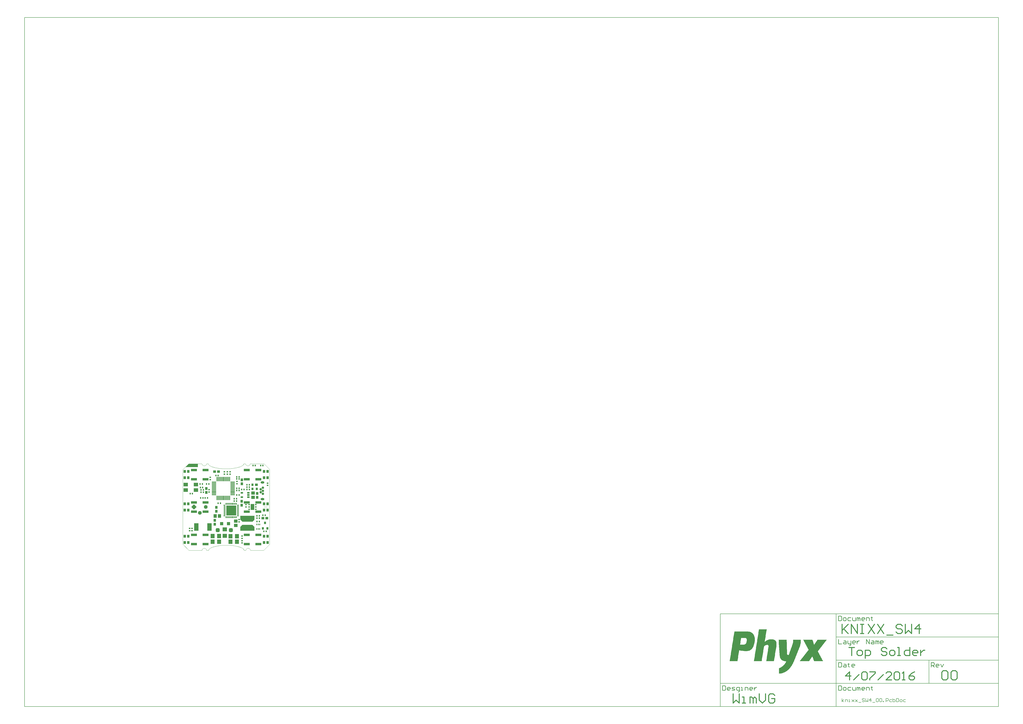
<source format=gts>
G04 Layer_Color=8388736*
%FSLAX25Y25*%
%MOIN*%
G70*
G01*
G75*
%ADD10C,0.00787*%
%ADD43C,0.01575*%
%ADD45C,0.00984*%
%ADD46C,0.00394*%
%ADD58R,0.03543X0.03937*%
%ADD63R,0.04331X0.04724*%
%ADD64R,0.04724X0.04331*%
%ADD65R,0.04331X0.05118*%
%ADD66R,0.07480X0.05906*%
%ADD67R,0.06693X0.07480*%
%ADD68R,0.07480X0.06693*%
%ADD69R,0.06299X0.05512*%
%ADD70R,0.16535X0.16535*%
%ADD71O,0.01378X0.03740*%
%ADD72O,0.01378X0.03937*%
%ADD73O,0.03740X0.01378*%
%ADD74O,0.03937X0.01378*%
%ADD75R,0.02756X0.02362*%
%ADD76R,0.02362X0.02756*%
%ADD77R,0.05118X0.03937*%
%ADD78R,0.09843X0.04331*%
%ADD79R,0.06299X0.09843*%
%ADD80R,0.03150X0.01969*%
%ADD81O,0.01575X0.07480*%
%ADD82O,0.07480X0.01575*%
%ADD83R,0.07480X0.12992*%
%ADD84C,0.01232*%
%ADD85R,0.03740X0.04331*%
%ADD86R,0.03740X0.04331*%
%ADD87R,0.01575X0.02992*%
%ADD88R,0.04331X0.02756*%
%ADD89R,0.05512X0.06299*%
%ADD90R,0.05315X0.05197*%
%ADD91R,0.24016X0.05118*%
%ADD92O,0.06299X0.03740*%
%ADD93C,0.04095*%
%ADD94P,0.08908X4X180.0*%
%ADD95C,0.06299*%
G04:AMPARAMS|DCode=96|XSize=66.93mil|YSize=66.93mil|CornerRadius=17.72mil|HoleSize=0mil|Usage=FLASHONLY|Rotation=180.000|XOffset=0mil|YOffset=0mil|HoleType=Round|Shape=RoundedRectangle|*
%AMROUNDEDRECTD96*
21,1,0.06693,0.03150,0,0,180.0*
21,1,0.03150,0.06693,0,0,180.0*
1,1,0.03543,-0.01575,0.01575*
1,1,0.03543,0.01575,0.01575*
1,1,0.03543,0.01575,-0.01575*
1,1,0.03543,-0.01575,-0.01575*
%
%ADD96ROUNDEDRECTD96*%
G36*
X-48228Y67913D02*
X-69635D01*
X-64009Y73540D01*
X-48228D01*
Y67913D01*
D02*
G37*
G36*
X975410Y-225449D02*
Y-225736D01*
Y-226022D01*
Y-226308D01*
Y-226595D01*
Y-226881D01*
Y-227167D01*
Y-227453D01*
Y-227740D01*
Y-228026D01*
Y-228312D01*
Y-228599D01*
Y-228885D01*
Y-229171D01*
Y-229458D01*
Y-229744D01*
Y-230030D01*
Y-230317D01*
Y-230603D01*
Y-230889D01*
Y-231176D01*
X975124D01*
Y-231462D01*
Y-231748D01*
Y-232034D01*
Y-232321D01*
Y-232607D01*
X974838D01*
Y-232893D01*
Y-233180D01*
Y-233466D01*
Y-233752D01*
X974551D01*
Y-234039D01*
Y-234325D01*
Y-234611D01*
Y-234898D01*
X974265D01*
Y-235184D01*
Y-235470D01*
Y-235757D01*
X973979D01*
Y-236043D01*
Y-236329D01*
Y-236615D01*
X973692D01*
Y-236902D01*
Y-237188D01*
Y-237474D01*
X973406D01*
Y-237761D01*
Y-238047D01*
Y-238333D01*
X973120D01*
Y-238620D01*
Y-238906D01*
X972834D01*
Y-239192D01*
Y-239479D01*
X972547D01*
Y-239765D01*
Y-240051D01*
Y-240338D01*
X972261D01*
Y-240624D01*
Y-240910D01*
X971975D01*
Y-241196D01*
Y-241483D01*
Y-241769D01*
X971688D01*
Y-242056D01*
Y-242342D01*
X971402D01*
Y-242628D01*
Y-242914D01*
Y-243201D01*
X971116D01*
Y-243487D01*
Y-243773D01*
X970829D01*
Y-244060D01*
Y-244346D01*
Y-244632D01*
X970543D01*
Y-244919D01*
Y-245205D01*
X970257D01*
Y-245491D01*
Y-245778D01*
Y-246064D01*
X969970D01*
Y-246350D01*
Y-246637D01*
X969684D01*
Y-246923D01*
Y-247209D01*
Y-247495D01*
X969398D01*
Y-247782D01*
Y-248068D01*
X969111D01*
Y-248354D01*
Y-248641D01*
Y-248927D01*
X968825D01*
Y-249213D01*
Y-249500D01*
X968539D01*
Y-249786D01*
Y-250072D01*
Y-250359D01*
X968252D01*
Y-250645D01*
Y-250931D01*
X967966D01*
Y-251218D01*
Y-251504D01*
Y-251790D01*
X967680D01*
Y-252076D01*
Y-252363D01*
X967393D01*
Y-252649D01*
Y-252935D01*
Y-253222D01*
X967107D01*
Y-253508D01*
Y-253794D01*
X966821D01*
Y-254081D01*
Y-254367D01*
Y-254653D01*
X966535D01*
Y-254940D01*
Y-255226D01*
X966248D01*
Y-255512D01*
Y-255799D01*
Y-256085D01*
X965962D01*
Y-256371D01*
Y-256657D01*
X965676D01*
Y-256944D01*
Y-257230D01*
Y-257516D01*
X965389D01*
Y-257803D01*
Y-258089D01*
X965103D01*
Y-258375D01*
Y-258662D01*
Y-258948D01*
X964817D01*
Y-259234D01*
Y-259521D01*
X964530D01*
Y-259807D01*
Y-260093D01*
Y-260380D01*
X964244D01*
Y-260666D01*
Y-260952D01*
X963958D01*
Y-261238D01*
Y-261525D01*
Y-261811D01*
X963671D01*
Y-262097D01*
Y-262384D01*
X963385D01*
Y-262670D01*
Y-262956D01*
X963099D01*
Y-263243D01*
Y-263529D01*
X962813D01*
Y-263815D01*
Y-264102D01*
Y-264388D01*
X962526D01*
Y-264674D01*
X962240D01*
Y-264961D01*
Y-265247D01*
Y-265533D01*
X961954D01*
Y-265819D01*
X961667D01*
Y-266106D01*
Y-266392D01*
X961381D01*
Y-266678D01*
Y-266965D01*
X961095D01*
Y-267251D01*
Y-267537D01*
X960808D01*
Y-267824D01*
Y-268110D01*
X960522D01*
Y-268396D01*
X960236D01*
Y-268683D01*
Y-268969D01*
X959949D01*
Y-269255D01*
Y-269542D01*
X959663D01*
Y-269828D01*
X959377D01*
Y-270114D01*
X959091D01*
Y-270400D01*
Y-270687D01*
X958804D01*
Y-270973D01*
X958518D01*
Y-271259D01*
Y-271546D01*
X958232D01*
Y-271832D01*
X957945D01*
Y-272118D01*
X957659D01*
Y-272405D01*
Y-272691D01*
X957373D01*
Y-272977D01*
X957086D01*
Y-273264D01*
X956800D01*
Y-273550D01*
X956514D01*
Y-273836D01*
X956227D01*
Y-274123D01*
Y-274409D01*
X955941D01*
Y-274695D01*
X955655D01*
Y-274981D01*
X955368D01*
Y-275268D01*
X955082D01*
Y-275554D01*
X954796D01*
Y-275840D01*
X954510D01*
Y-276127D01*
X954223D01*
Y-276413D01*
X953650D01*
Y-276699D01*
X953364D01*
Y-276986D01*
X953078D01*
Y-277272D01*
X952792D01*
Y-277558D01*
X952505D01*
Y-277845D01*
X951933D01*
Y-278131D01*
X951646D01*
Y-278417D01*
X951074D01*
Y-278703D01*
X950787D01*
Y-278990D01*
X950215D01*
Y-279276D01*
X949928D01*
Y-279562D01*
X949356D01*
Y-279849D01*
X948783D01*
Y-280135D01*
X948211D01*
Y-280421D01*
X947638D01*
Y-280708D01*
X947065D01*
Y-280994D01*
X946206D01*
Y-281280D01*
X945634D01*
Y-281567D01*
X944775D01*
Y-281853D01*
X943630D01*
Y-282139D01*
X942484D01*
Y-282426D01*
X940767D01*
Y-282712D01*
X938762D01*
Y-282998D01*
X938476D01*
Y-282712D01*
Y-282426D01*
Y-282139D01*
Y-281853D01*
Y-281567D01*
Y-281280D01*
Y-280994D01*
Y-280708D01*
Y-280421D01*
Y-280135D01*
Y-279849D01*
Y-279562D01*
Y-279276D01*
Y-278990D01*
Y-278703D01*
Y-278417D01*
Y-278131D01*
Y-277845D01*
Y-277558D01*
Y-277272D01*
Y-276986D01*
Y-276699D01*
Y-276413D01*
Y-276127D01*
Y-275840D01*
Y-275554D01*
Y-275268D01*
Y-274981D01*
Y-274695D01*
Y-274409D01*
Y-274123D01*
Y-273836D01*
Y-273550D01*
X939049D01*
Y-273264D01*
X939621D01*
Y-272977D01*
X940194D01*
Y-272691D01*
X940767D01*
Y-272405D01*
X941339D01*
Y-272118D01*
X941912D01*
Y-271832D01*
X942198D01*
Y-271546D01*
X942771D01*
Y-271259D01*
X943057D01*
Y-270973D01*
X943630D01*
Y-270687D01*
X943916D01*
Y-270400D01*
X944202D01*
Y-270114D01*
X944775D01*
Y-269828D01*
X945061D01*
Y-269542D01*
X945347D01*
Y-269255D01*
X945634D01*
Y-268969D01*
X945920D01*
Y-268683D01*
X946206D01*
Y-268396D01*
X946493D01*
Y-268110D01*
X946779D01*
Y-267824D01*
X947065D01*
Y-267537D01*
X947352D01*
Y-267251D01*
X947638D01*
Y-266965D01*
X947924D01*
Y-266678D01*
Y-266392D01*
X948211D01*
Y-266106D01*
X948497D01*
Y-265819D01*
X948783D01*
Y-265533D01*
Y-265247D01*
X949069D01*
Y-264961D01*
X949356D01*
Y-264674D01*
Y-264388D01*
X949642D01*
Y-264102D01*
Y-263815D01*
X949928D01*
Y-263529D01*
X950215D01*
Y-263243D01*
Y-262956D01*
X950501D01*
Y-262670D01*
Y-262384D01*
X950787D01*
Y-262097D01*
Y-261811D01*
X949069D01*
Y-261525D01*
X947065D01*
Y-261238D01*
X945920D01*
Y-260952D01*
X945347D01*
Y-260666D01*
X944489D01*
Y-260380D01*
X943916D01*
Y-260093D01*
X943630D01*
Y-259807D01*
X943057D01*
Y-259521D01*
X942771D01*
Y-259234D01*
X942484D01*
Y-258948D01*
X942198D01*
Y-258662D01*
X941912D01*
Y-258375D01*
X941625D01*
Y-258089D01*
Y-257803D01*
X941339D01*
Y-257516D01*
X941053D01*
Y-257230D01*
Y-256944D01*
X940767D01*
Y-256657D01*
Y-256371D01*
X940480D01*
Y-256085D01*
Y-255799D01*
X940194D01*
Y-255512D01*
Y-255226D01*
Y-254940D01*
X939907D01*
Y-254653D01*
Y-254367D01*
Y-254081D01*
Y-253794D01*
X939621D01*
Y-253508D01*
Y-253222D01*
Y-252935D01*
Y-252649D01*
Y-252363D01*
Y-252076D01*
Y-251790D01*
X939335D01*
Y-251504D01*
Y-251218D01*
Y-250931D01*
Y-250645D01*
Y-250359D01*
Y-250072D01*
Y-249786D01*
Y-249500D01*
Y-249213D01*
Y-248927D01*
Y-248641D01*
Y-248354D01*
Y-248068D01*
Y-247782D01*
Y-247495D01*
X939049D01*
Y-247209D01*
Y-246923D01*
Y-246637D01*
Y-246350D01*
Y-246064D01*
Y-245778D01*
Y-245491D01*
Y-245205D01*
Y-244919D01*
Y-244632D01*
Y-244346D01*
Y-244060D01*
Y-243773D01*
Y-243487D01*
Y-243201D01*
X938762D01*
Y-242914D01*
Y-242628D01*
Y-242342D01*
Y-242056D01*
Y-241769D01*
Y-241483D01*
Y-241196D01*
Y-240910D01*
Y-240624D01*
Y-240338D01*
Y-240051D01*
Y-239765D01*
Y-239479D01*
Y-239192D01*
Y-238906D01*
Y-238620D01*
X938476D01*
Y-238333D01*
Y-238047D01*
Y-237761D01*
Y-237474D01*
Y-237188D01*
Y-236902D01*
Y-236615D01*
Y-236329D01*
Y-236043D01*
Y-235757D01*
Y-235470D01*
Y-235184D01*
Y-234898D01*
Y-234611D01*
Y-234325D01*
Y-234039D01*
X938190D01*
Y-233752D01*
Y-233466D01*
Y-233180D01*
Y-232893D01*
Y-232607D01*
Y-232321D01*
Y-232034D01*
Y-231748D01*
Y-231462D01*
Y-231176D01*
Y-230889D01*
Y-230603D01*
Y-230317D01*
Y-230030D01*
X937903D01*
Y-229744D01*
Y-229458D01*
Y-229171D01*
Y-228885D01*
Y-228599D01*
Y-228312D01*
Y-228026D01*
Y-227740D01*
Y-227453D01*
Y-227167D01*
Y-226881D01*
Y-226595D01*
Y-226308D01*
Y-226022D01*
Y-225736D01*
Y-225449D01*
X937617D01*
Y-225163D01*
X951360D01*
Y-225449D01*
Y-225736D01*
Y-226022D01*
Y-226308D01*
Y-226595D01*
Y-226881D01*
Y-227167D01*
Y-227453D01*
Y-227740D01*
Y-228026D01*
Y-228312D01*
Y-228599D01*
Y-228885D01*
Y-229171D01*
X951646D01*
Y-229458D01*
Y-229744D01*
Y-230030D01*
Y-230317D01*
Y-230603D01*
Y-230889D01*
Y-231176D01*
Y-231462D01*
Y-231748D01*
Y-232034D01*
Y-232321D01*
Y-232607D01*
Y-232893D01*
Y-233180D01*
Y-233466D01*
Y-233752D01*
Y-234039D01*
Y-234325D01*
Y-234611D01*
Y-234898D01*
Y-235184D01*
Y-235470D01*
Y-235757D01*
Y-236043D01*
Y-236329D01*
Y-236615D01*
Y-236902D01*
Y-237188D01*
Y-237474D01*
Y-237761D01*
Y-238047D01*
Y-238333D01*
Y-238620D01*
Y-238906D01*
Y-239192D01*
Y-239479D01*
Y-239765D01*
Y-240051D01*
Y-240338D01*
Y-240624D01*
Y-240910D01*
X951933D01*
Y-241196D01*
X951646D01*
Y-241483D01*
Y-241769D01*
X951933D01*
Y-242056D01*
Y-242342D01*
Y-242628D01*
Y-242914D01*
Y-243201D01*
Y-243487D01*
Y-243773D01*
Y-244060D01*
Y-244346D01*
Y-244632D01*
Y-244919D01*
Y-245205D01*
Y-245491D01*
Y-245778D01*
Y-246064D01*
Y-246350D01*
Y-246637D01*
Y-246923D01*
Y-247209D01*
Y-247495D01*
Y-247782D01*
Y-248068D01*
Y-248354D01*
Y-248641D01*
Y-248927D01*
Y-249213D01*
X952219D01*
Y-249500D01*
Y-249786D01*
Y-250072D01*
X952505D01*
Y-250359D01*
X952792D01*
Y-250645D01*
X953078D01*
Y-250931D01*
X953937D01*
Y-251218D01*
X954796D01*
Y-250931D01*
X955082D01*
Y-250645D01*
Y-250359D01*
Y-250072D01*
X955368D01*
Y-249786D01*
Y-249500D01*
X955655D01*
Y-249213D01*
Y-248927D01*
Y-248641D01*
X955941D01*
Y-248354D01*
Y-248068D01*
Y-247782D01*
X956227D01*
Y-247495D01*
Y-247209D01*
Y-246923D01*
X956514D01*
Y-246637D01*
Y-246350D01*
Y-246064D01*
X956800D01*
Y-245778D01*
Y-245491D01*
X957086D01*
Y-245205D01*
Y-244919D01*
Y-244632D01*
X957373D01*
Y-244346D01*
Y-244060D01*
Y-243773D01*
X957659D01*
Y-243487D01*
Y-243201D01*
Y-242914D01*
X957945D01*
Y-242628D01*
Y-242342D01*
X958232D01*
Y-242056D01*
Y-241769D01*
Y-241483D01*
X958518D01*
Y-241196D01*
Y-240910D01*
Y-240624D01*
X958804D01*
Y-240338D01*
Y-240051D01*
Y-239765D01*
X959091D01*
Y-239479D01*
Y-239192D01*
X959377D01*
Y-238906D01*
Y-238620D01*
Y-238333D01*
X959663D01*
Y-238047D01*
Y-237761D01*
Y-237474D01*
X959949D01*
Y-237188D01*
Y-236902D01*
Y-236615D01*
X960236D01*
Y-236329D01*
Y-236043D01*
X960522D01*
Y-235757D01*
Y-235470D01*
Y-235184D01*
X960808D01*
Y-234898D01*
Y-234611D01*
Y-234325D01*
X961095D01*
Y-234039D01*
Y-233752D01*
Y-233466D01*
X961381D01*
Y-233180D01*
Y-232893D01*
Y-232607D01*
Y-232321D01*
X961667D01*
Y-232034D01*
Y-231748D01*
Y-231462D01*
Y-231176D01*
X961954D01*
Y-230889D01*
Y-230603D01*
Y-230317D01*
Y-230030D01*
Y-229744D01*
X962240D01*
Y-229458D01*
Y-229171D01*
Y-228885D01*
Y-228599D01*
Y-228312D01*
Y-228026D01*
X962526D01*
Y-227740D01*
Y-227453D01*
Y-227167D01*
Y-226881D01*
Y-226595D01*
Y-226308D01*
Y-226022D01*
Y-225736D01*
Y-225449D01*
Y-225163D01*
X975410D01*
Y-225449D01*
D02*
G37*
G36*
X917575Y-207984D02*
Y-208271D01*
X917289D01*
Y-208557D01*
Y-208843D01*
Y-209130D01*
Y-209416D01*
Y-209702D01*
Y-209988D01*
X917002D01*
Y-210275D01*
Y-210561D01*
Y-210847D01*
Y-211134D01*
Y-211420D01*
Y-211706D01*
X916716D01*
Y-211993D01*
Y-212279D01*
Y-212565D01*
Y-212852D01*
Y-213138D01*
Y-213424D01*
Y-213710D01*
X916430D01*
Y-213997D01*
Y-214283D01*
Y-214569D01*
Y-214856D01*
Y-215142D01*
Y-215428D01*
X916144D01*
Y-215715D01*
Y-216001D01*
Y-216287D01*
Y-216574D01*
Y-216860D01*
Y-217146D01*
X915857D01*
Y-217432D01*
Y-217719D01*
Y-218005D01*
Y-218291D01*
Y-218578D01*
Y-218864D01*
Y-219150D01*
X915571D01*
Y-219437D01*
Y-219723D01*
Y-220009D01*
Y-220296D01*
Y-220582D01*
Y-220868D01*
X915285D01*
Y-221155D01*
Y-221441D01*
Y-221727D01*
Y-222013D01*
Y-222300D01*
Y-222586D01*
X914998D01*
Y-222872D01*
Y-223159D01*
Y-223445D01*
Y-223731D01*
Y-224018D01*
Y-224304D01*
X914712D01*
Y-224590D01*
Y-224877D01*
Y-225163D01*
Y-225449D01*
Y-225736D01*
Y-226022D01*
Y-226308D01*
X914426D01*
Y-226595D01*
Y-226881D01*
Y-227167D01*
Y-227453D01*
Y-227740D01*
Y-228026D01*
X914139D01*
Y-228312D01*
Y-228599D01*
X914712D01*
Y-228312D01*
X914998D01*
Y-228026D01*
X915285D01*
Y-227740D01*
X915857D01*
Y-227453D01*
X916144D01*
Y-227167D01*
X916430D01*
Y-226881D01*
X917002D01*
Y-226595D01*
X917575D01*
Y-226308D01*
X917861D01*
Y-226022D01*
X918434D01*
Y-225736D01*
X919293D01*
Y-225449D01*
X919866D01*
Y-225163D01*
X920725D01*
Y-224877D01*
X922156D01*
Y-224590D01*
X928455D01*
Y-224877D01*
X929600D01*
Y-225163D01*
X930459D01*
Y-225449D01*
X931032D01*
Y-225736D01*
X931318D01*
Y-226022D01*
X931891D01*
Y-226308D01*
X932177D01*
Y-226595D01*
X932463D01*
Y-226881D01*
X932750D01*
Y-227167D01*
X933036D01*
Y-227453D01*
Y-227740D01*
X933322D01*
Y-228026D01*
Y-228312D01*
X933609D01*
Y-228599D01*
Y-228885D01*
Y-229171D01*
X933895D01*
Y-229458D01*
Y-229744D01*
Y-230030D01*
Y-230317D01*
X934181D01*
Y-230603D01*
Y-230889D01*
Y-231176D01*
Y-231462D01*
Y-231748D01*
Y-232034D01*
Y-232321D01*
Y-232607D01*
Y-232893D01*
Y-233180D01*
Y-233466D01*
Y-233752D01*
Y-234039D01*
Y-234325D01*
Y-234611D01*
Y-234898D01*
Y-235184D01*
Y-235470D01*
X933895D01*
Y-235757D01*
Y-236043D01*
Y-236329D01*
Y-236615D01*
Y-236902D01*
Y-237188D01*
Y-237474D01*
X933609D01*
Y-237761D01*
Y-238047D01*
Y-238333D01*
Y-238620D01*
Y-238906D01*
Y-239192D01*
Y-239479D01*
X933322D01*
Y-239765D01*
Y-240051D01*
Y-240338D01*
Y-240624D01*
Y-240910D01*
Y-241196D01*
X933036D01*
Y-241483D01*
Y-241769D01*
Y-242056D01*
Y-242342D01*
Y-242628D01*
Y-242914D01*
X932750D01*
Y-243201D01*
Y-243487D01*
Y-243773D01*
Y-244060D01*
Y-244346D01*
Y-244632D01*
X932463D01*
Y-244919D01*
Y-245205D01*
Y-245491D01*
Y-245778D01*
Y-246064D01*
Y-246350D01*
Y-246637D01*
X932177D01*
Y-246923D01*
Y-247209D01*
Y-247495D01*
Y-247782D01*
Y-248068D01*
Y-248354D01*
X931891D01*
Y-248641D01*
Y-248927D01*
Y-249213D01*
Y-249500D01*
Y-249786D01*
Y-250072D01*
X931604D01*
Y-250359D01*
Y-250645D01*
Y-250931D01*
Y-251218D01*
Y-251504D01*
Y-251790D01*
Y-252076D01*
X931318D01*
Y-252363D01*
Y-252649D01*
Y-252935D01*
Y-253222D01*
Y-253508D01*
Y-253794D01*
X931032D01*
Y-254081D01*
Y-254367D01*
Y-254653D01*
Y-254940D01*
Y-255226D01*
Y-255512D01*
X930746D01*
Y-255799D01*
Y-256085D01*
Y-256371D01*
Y-256657D01*
Y-256944D01*
Y-257230D01*
X930459D01*
Y-257516D01*
Y-257803D01*
Y-258089D01*
Y-258375D01*
Y-258662D01*
Y-258948D01*
Y-259234D01*
X930173D01*
Y-259521D01*
Y-259807D01*
Y-260093D01*
Y-260380D01*
Y-260666D01*
Y-260952D01*
X929887D01*
Y-261238D01*
Y-261525D01*
X916716D01*
Y-261238D01*
Y-260952D01*
X917002D01*
Y-260666D01*
Y-260380D01*
Y-260093D01*
Y-259807D01*
Y-259521D01*
Y-259234D01*
X917289D01*
Y-258948D01*
Y-258662D01*
Y-258375D01*
Y-258089D01*
Y-257803D01*
Y-257516D01*
Y-257230D01*
X917575D01*
Y-256944D01*
Y-256657D01*
Y-256371D01*
Y-256085D01*
Y-255799D01*
Y-255512D01*
X917861D01*
Y-255226D01*
Y-254940D01*
Y-254653D01*
Y-254367D01*
Y-254081D01*
Y-253794D01*
X918148D01*
Y-253508D01*
Y-253222D01*
Y-252935D01*
Y-252649D01*
Y-252363D01*
Y-252076D01*
Y-251790D01*
X918434D01*
Y-251504D01*
Y-251218D01*
Y-250931D01*
Y-250645D01*
Y-250359D01*
Y-250072D01*
X918720D01*
Y-249786D01*
Y-249500D01*
Y-249213D01*
Y-248927D01*
Y-248641D01*
Y-248354D01*
Y-248068D01*
X919007D01*
Y-247782D01*
Y-247495D01*
Y-247209D01*
Y-246923D01*
Y-246637D01*
Y-246350D01*
X919293D01*
Y-246064D01*
Y-245778D01*
Y-245491D01*
Y-245205D01*
Y-244919D01*
Y-244632D01*
X919579D01*
Y-244346D01*
Y-244060D01*
Y-243773D01*
Y-243487D01*
Y-243201D01*
Y-242914D01*
X919866D01*
Y-242628D01*
Y-242342D01*
Y-242056D01*
Y-241769D01*
Y-241483D01*
Y-241196D01*
Y-240910D01*
X920152D01*
Y-240624D01*
Y-240338D01*
Y-240051D01*
Y-239765D01*
Y-239479D01*
Y-239192D01*
X920438D01*
Y-238906D01*
Y-238620D01*
Y-238333D01*
Y-238047D01*
Y-237761D01*
Y-237474D01*
Y-237188D01*
X920725D01*
Y-236902D01*
Y-236615D01*
Y-236329D01*
Y-236043D01*
Y-235757D01*
Y-235470D01*
X920438D01*
Y-235184D01*
Y-234898D01*
X920152D01*
Y-234611D01*
X919866D01*
Y-234325D01*
X919293D01*
Y-234039D01*
X917575D01*
Y-234325D01*
X916144D01*
Y-234611D01*
X915285D01*
Y-234898D01*
X914712D01*
Y-235184D01*
X914426D01*
Y-235470D01*
X913853D01*
Y-235757D01*
X913567D01*
Y-236043D01*
X913280D01*
Y-236329D01*
Y-236615D01*
X912994D01*
Y-236902D01*
Y-237188D01*
Y-237474D01*
X912708D01*
Y-237761D01*
Y-238047D01*
Y-238333D01*
Y-238620D01*
Y-238906D01*
Y-239192D01*
X912422D01*
Y-239479D01*
Y-239765D01*
Y-240051D01*
Y-240338D01*
Y-240624D01*
Y-240910D01*
Y-241196D01*
X912135D01*
Y-241483D01*
Y-241769D01*
Y-242056D01*
Y-242342D01*
Y-242628D01*
Y-242914D01*
X911849D01*
Y-243201D01*
Y-243487D01*
Y-243773D01*
Y-244060D01*
Y-244346D01*
Y-244632D01*
X911563D01*
Y-244919D01*
Y-245205D01*
Y-245491D01*
Y-245778D01*
Y-246064D01*
Y-246350D01*
X911276D01*
Y-246637D01*
Y-246923D01*
Y-247209D01*
Y-247495D01*
Y-247782D01*
Y-248068D01*
Y-248354D01*
X910990D01*
Y-248641D01*
Y-248927D01*
Y-249213D01*
Y-249500D01*
Y-249786D01*
Y-250072D01*
X910704D01*
Y-250359D01*
Y-250645D01*
Y-250931D01*
Y-251218D01*
Y-251504D01*
Y-251790D01*
X910417D01*
Y-252076D01*
Y-252363D01*
Y-252649D01*
Y-252935D01*
Y-253222D01*
Y-253508D01*
Y-253794D01*
X910131D01*
Y-254081D01*
Y-254367D01*
Y-254653D01*
Y-254940D01*
Y-255226D01*
Y-255512D01*
X909845D01*
Y-255799D01*
Y-256085D01*
Y-256371D01*
Y-256657D01*
Y-256944D01*
Y-257230D01*
X909558D01*
Y-257516D01*
Y-257803D01*
Y-258089D01*
Y-258375D01*
Y-258662D01*
Y-258948D01*
X909272D01*
Y-259234D01*
Y-259521D01*
Y-259807D01*
Y-260093D01*
Y-260380D01*
Y-260666D01*
Y-260952D01*
X908986D01*
Y-261238D01*
Y-261525D01*
X895815D01*
Y-261238D01*
Y-260952D01*
X896102D01*
Y-260666D01*
Y-260380D01*
Y-260093D01*
Y-259807D01*
Y-259521D01*
Y-259234D01*
Y-258948D01*
X896388D01*
Y-258662D01*
Y-258375D01*
Y-258089D01*
Y-257803D01*
Y-257516D01*
Y-257230D01*
X896674D01*
Y-256944D01*
Y-256657D01*
Y-256371D01*
Y-256085D01*
Y-255799D01*
Y-255512D01*
X896961D01*
Y-255226D01*
Y-254940D01*
Y-254653D01*
Y-254367D01*
Y-254081D01*
Y-253794D01*
Y-253508D01*
X897247D01*
Y-253222D01*
Y-252935D01*
Y-252649D01*
Y-252363D01*
Y-252076D01*
Y-251790D01*
X897533D01*
Y-251504D01*
Y-251218D01*
Y-250931D01*
Y-250645D01*
Y-250359D01*
Y-250072D01*
X897820D01*
Y-249786D01*
Y-249500D01*
Y-249213D01*
Y-248927D01*
Y-248641D01*
Y-248354D01*
X898106D01*
Y-248068D01*
Y-247782D01*
Y-247495D01*
Y-247209D01*
Y-246923D01*
Y-246637D01*
Y-246350D01*
X898392D01*
Y-246064D01*
Y-245778D01*
Y-245491D01*
Y-245205D01*
Y-244919D01*
Y-244632D01*
X898678D01*
Y-244346D01*
Y-244060D01*
Y-243773D01*
Y-243487D01*
Y-243201D01*
Y-242914D01*
X898965D01*
Y-242628D01*
Y-242342D01*
Y-242056D01*
Y-241769D01*
Y-241483D01*
Y-241196D01*
Y-240910D01*
X899251D01*
Y-240624D01*
Y-240338D01*
Y-240051D01*
Y-239765D01*
Y-239479D01*
Y-239192D01*
X899537D01*
Y-238906D01*
Y-238620D01*
Y-238333D01*
Y-238047D01*
Y-237761D01*
Y-237474D01*
X899824D01*
Y-237188D01*
Y-236902D01*
Y-236615D01*
Y-236329D01*
Y-236043D01*
Y-235757D01*
X900110D01*
Y-235470D01*
Y-235184D01*
Y-234898D01*
Y-234611D01*
Y-234325D01*
Y-234039D01*
Y-233752D01*
X900396D01*
Y-233466D01*
Y-233180D01*
Y-232893D01*
Y-232607D01*
Y-232321D01*
Y-232034D01*
X900683D01*
Y-231748D01*
Y-231462D01*
Y-231176D01*
Y-230889D01*
Y-230603D01*
Y-230317D01*
X900969D01*
Y-230030D01*
Y-229744D01*
Y-229458D01*
Y-229171D01*
Y-228885D01*
Y-228599D01*
X901255D01*
Y-228312D01*
Y-228026D01*
Y-227740D01*
Y-227453D01*
Y-227167D01*
Y-226881D01*
Y-226595D01*
X901542D01*
Y-226308D01*
Y-226022D01*
Y-225736D01*
Y-225449D01*
Y-225163D01*
Y-224877D01*
X901828D01*
Y-224590D01*
Y-224304D01*
Y-224018D01*
Y-223731D01*
Y-223445D01*
Y-223159D01*
X902114D01*
Y-222872D01*
Y-222586D01*
Y-222300D01*
Y-222013D01*
Y-221727D01*
Y-221441D01*
Y-221155D01*
X902400D01*
Y-220868D01*
Y-220582D01*
Y-220296D01*
Y-220009D01*
Y-219723D01*
Y-219437D01*
X902687D01*
Y-219150D01*
Y-218864D01*
Y-218578D01*
Y-218291D01*
Y-218005D01*
Y-217719D01*
X902973D01*
Y-217432D01*
Y-217146D01*
Y-216860D01*
Y-216574D01*
Y-216287D01*
Y-216001D01*
X903259D01*
Y-215715D01*
Y-215428D01*
Y-215142D01*
Y-214856D01*
Y-214569D01*
Y-214283D01*
Y-213997D01*
X903546D01*
Y-213710D01*
Y-213424D01*
Y-213138D01*
Y-212852D01*
Y-212565D01*
Y-212279D01*
X903832D01*
Y-211993D01*
Y-211706D01*
Y-211420D01*
Y-211134D01*
Y-210847D01*
Y-210561D01*
X904118D01*
Y-210275D01*
Y-209988D01*
Y-209702D01*
Y-209416D01*
Y-209130D01*
Y-208843D01*
Y-208557D01*
X904405D01*
Y-208271D01*
Y-207984D01*
Y-207698D01*
X917575D01*
Y-207984D01*
D02*
G37*
G36*
X886367Y-211420D02*
X888085D01*
Y-211706D01*
X888944D01*
Y-211993D01*
X889803D01*
Y-212279D01*
X890662D01*
Y-212565D01*
X891234D01*
Y-212852D01*
X891521D01*
Y-213138D01*
X892093D01*
Y-213424D01*
X892380D01*
Y-213710D01*
X892952D01*
Y-213997D01*
X893239D01*
Y-214283D01*
X893525D01*
Y-214569D01*
X893811D01*
Y-214856D01*
X894098D01*
Y-215142D01*
X894384D01*
Y-215428D01*
X894670D01*
Y-215715D01*
Y-216001D01*
X894956D01*
Y-216287D01*
X895243D01*
Y-216574D01*
Y-216860D01*
X895529D01*
Y-217146D01*
X895815D01*
Y-217432D01*
Y-217719D01*
X896102D01*
Y-218005D01*
Y-218291D01*
Y-218578D01*
X896388D01*
Y-218864D01*
Y-219150D01*
Y-219437D01*
X896674D01*
Y-219723D01*
Y-220009D01*
Y-220296D01*
Y-220582D01*
X896961D01*
Y-220868D01*
Y-221155D01*
Y-221441D01*
Y-221727D01*
Y-222013D01*
X897247D01*
Y-222300D01*
Y-222586D01*
Y-222872D01*
Y-223159D01*
Y-223445D01*
Y-223731D01*
Y-224018D01*
Y-224304D01*
Y-224590D01*
Y-224877D01*
Y-225163D01*
Y-225449D01*
Y-225736D01*
Y-226022D01*
Y-226308D01*
Y-226595D01*
Y-226881D01*
Y-227167D01*
Y-227453D01*
Y-227740D01*
X896961D01*
Y-228026D01*
Y-228312D01*
Y-228599D01*
Y-228885D01*
Y-229171D01*
Y-229458D01*
Y-229744D01*
X896674D01*
Y-230030D01*
Y-230317D01*
Y-230603D01*
Y-230889D01*
Y-231176D01*
X896388D01*
Y-231462D01*
Y-231748D01*
Y-232034D01*
Y-232321D01*
Y-232607D01*
X896102D01*
Y-232893D01*
Y-233180D01*
Y-233466D01*
X895815D01*
Y-233752D01*
Y-234039D01*
Y-234325D01*
Y-234611D01*
X895529D01*
Y-234898D01*
Y-235184D01*
Y-235470D01*
X895243D01*
Y-235757D01*
Y-236043D01*
X894956D01*
Y-236329D01*
Y-236615D01*
Y-236902D01*
X894670D01*
Y-237188D01*
Y-237474D01*
X894384D01*
Y-237761D01*
Y-238047D01*
X894098D01*
Y-238333D01*
Y-238620D01*
X893811D01*
Y-238906D01*
X893525D01*
Y-239192D01*
Y-239479D01*
X893239D01*
Y-239765D01*
X892952D01*
Y-240051D01*
X892666D01*
Y-240338D01*
Y-240624D01*
X892380D01*
Y-240910D01*
X892093D01*
Y-241196D01*
X891807D01*
Y-241483D01*
X891521D01*
Y-241769D01*
X891234D01*
Y-242056D01*
X890662D01*
Y-242342D01*
X890375D01*
Y-242628D01*
X889803D01*
Y-242914D01*
X889517D01*
Y-243201D01*
X888944D01*
Y-243487D01*
X888085D01*
Y-243773D01*
X887226D01*
Y-244060D01*
X886367D01*
Y-244346D01*
X884649D01*
Y-244632D01*
X879496D01*
Y-244346D01*
X876919D01*
Y-244060D01*
X874914D01*
Y-243773D01*
X873483D01*
Y-243487D01*
X872051D01*
Y-243201D01*
X870620D01*
Y-243487D01*
Y-243773D01*
Y-244060D01*
Y-244346D01*
Y-244632D01*
Y-244919D01*
Y-245205D01*
X870333D01*
Y-245491D01*
Y-245778D01*
Y-246064D01*
Y-246350D01*
Y-246637D01*
Y-246923D01*
X870047D01*
Y-247209D01*
Y-247495D01*
Y-247782D01*
Y-248068D01*
Y-248354D01*
Y-248641D01*
X869761D01*
Y-248927D01*
Y-249213D01*
Y-249500D01*
Y-249786D01*
Y-250072D01*
Y-250359D01*
Y-250645D01*
X869475D01*
Y-250931D01*
Y-251218D01*
Y-251504D01*
Y-251790D01*
Y-252076D01*
Y-252363D01*
X869188D01*
Y-252649D01*
Y-252935D01*
Y-253222D01*
Y-253508D01*
Y-253794D01*
Y-254081D01*
X868902D01*
Y-254367D01*
Y-254653D01*
Y-254940D01*
Y-255226D01*
Y-255512D01*
Y-255799D01*
Y-256085D01*
X868616D01*
Y-256371D01*
Y-256657D01*
Y-256944D01*
Y-257230D01*
Y-257516D01*
Y-257803D01*
X868329D01*
Y-258089D01*
Y-258375D01*
Y-258662D01*
Y-258948D01*
Y-259234D01*
Y-259521D01*
X868043D01*
Y-259807D01*
Y-260093D01*
Y-260380D01*
Y-260666D01*
Y-260952D01*
Y-261238D01*
Y-261525D01*
X854586D01*
Y-261238D01*
X854873D01*
Y-260952D01*
Y-260666D01*
Y-260380D01*
Y-260093D01*
Y-259807D01*
X855159D01*
Y-259521D01*
Y-259234D01*
Y-258948D01*
Y-258662D01*
Y-258375D01*
Y-258089D01*
Y-257803D01*
X855445D01*
Y-257516D01*
Y-257230D01*
Y-256944D01*
Y-256657D01*
Y-256371D01*
Y-256085D01*
X855731D01*
Y-255799D01*
Y-255512D01*
Y-255226D01*
Y-254940D01*
Y-254653D01*
Y-254367D01*
X856018D01*
Y-254081D01*
Y-253794D01*
Y-253508D01*
Y-253222D01*
Y-252935D01*
Y-252649D01*
Y-252363D01*
X856304D01*
Y-252076D01*
Y-251790D01*
Y-251504D01*
Y-251218D01*
Y-250931D01*
Y-250645D01*
X856590D01*
Y-250359D01*
Y-250072D01*
Y-249786D01*
Y-249500D01*
Y-249213D01*
Y-248927D01*
X856877D01*
Y-248641D01*
Y-248354D01*
Y-248068D01*
Y-247782D01*
Y-247495D01*
Y-247209D01*
X857163D01*
Y-246923D01*
Y-246637D01*
Y-246350D01*
Y-246064D01*
Y-245778D01*
Y-245491D01*
Y-245205D01*
X857449D01*
Y-244919D01*
Y-244632D01*
Y-244346D01*
Y-244060D01*
Y-243773D01*
Y-243487D01*
X857736D01*
Y-243201D01*
Y-242914D01*
Y-242628D01*
Y-242342D01*
Y-242056D01*
Y-241769D01*
X858022D01*
Y-241483D01*
Y-241196D01*
Y-240910D01*
Y-240624D01*
Y-240338D01*
Y-240051D01*
X858308D01*
Y-239765D01*
Y-239479D01*
Y-239192D01*
Y-238906D01*
Y-238620D01*
Y-238333D01*
Y-238047D01*
X858595D01*
Y-237761D01*
Y-237474D01*
Y-237188D01*
Y-236902D01*
Y-236615D01*
Y-236329D01*
X858881D01*
Y-236043D01*
Y-235757D01*
Y-235470D01*
Y-235184D01*
Y-234898D01*
Y-234611D01*
X859167D01*
Y-234325D01*
Y-234039D01*
Y-233752D01*
Y-233466D01*
Y-233180D01*
Y-232893D01*
Y-232607D01*
X859454D01*
Y-232321D01*
Y-232034D01*
Y-231748D01*
Y-231462D01*
Y-231176D01*
Y-230889D01*
X859740D01*
Y-230603D01*
Y-230317D01*
Y-230030D01*
Y-229744D01*
Y-229458D01*
Y-229171D01*
X860026D01*
Y-228885D01*
Y-228599D01*
Y-228312D01*
Y-228026D01*
Y-227740D01*
Y-227453D01*
X860313D01*
Y-227167D01*
Y-226881D01*
Y-226595D01*
Y-226308D01*
Y-226022D01*
Y-225736D01*
Y-225449D01*
X860599D01*
Y-225163D01*
Y-224877D01*
Y-224590D01*
Y-224304D01*
Y-224018D01*
Y-223731D01*
X860885D01*
Y-223445D01*
Y-223159D01*
Y-222872D01*
Y-222586D01*
Y-222300D01*
Y-222013D01*
X861172D01*
Y-221727D01*
Y-221441D01*
Y-221155D01*
Y-220868D01*
Y-220582D01*
Y-220296D01*
Y-220009D01*
X861458D01*
Y-219723D01*
Y-219437D01*
Y-219150D01*
Y-218864D01*
Y-218578D01*
Y-218291D01*
X861744D01*
Y-218005D01*
Y-217719D01*
Y-217432D01*
Y-217146D01*
Y-216860D01*
Y-216574D01*
X862030D01*
Y-216287D01*
Y-216001D01*
Y-215715D01*
Y-215428D01*
Y-215142D01*
Y-214856D01*
Y-214569D01*
X862317D01*
Y-214283D01*
Y-213997D01*
Y-213710D01*
Y-213424D01*
Y-213138D01*
Y-212852D01*
X862603D01*
Y-212565D01*
Y-212279D01*
Y-211993D01*
Y-211706D01*
Y-211420D01*
Y-211134D01*
X886367D01*
Y-211420D01*
D02*
G37*
G36*
X1019503Y-225449D02*
X1019216D01*
Y-225736D01*
X1018930D01*
Y-226022D01*
Y-226308D01*
X1018643D01*
Y-226595D01*
X1018357D01*
Y-226881D01*
X1018071D01*
Y-227167D01*
Y-227453D01*
X1017785D01*
Y-227740D01*
X1017498D01*
Y-228026D01*
X1017212D01*
Y-228312D01*
X1016926D01*
Y-228599D01*
Y-228885D01*
X1016639D01*
Y-229171D01*
X1016353D01*
Y-229458D01*
X1016067D01*
Y-229744D01*
Y-230030D01*
X1015780D01*
Y-230317D01*
X1015494D01*
Y-230603D01*
X1015208D01*
Y-230889D01*
X1014921D01*
Y-231176D01*
Y-231462D01*
X1014635D01*
Y-231748D01*
X1014349D01*
Y-232034D01*
X1014062D01*
Y-232321D01*
Y-232607D01*
X1013776D01*
Y-232893D01*
X1013490D01*
Y-233180D01*
X1013204D01*
Y-233466D01*
Y-233752D01*
X1012917D01*
Y-234039D01*
X1012631D01*
Y-234325D01*
X1012345D01*
Y-234611D01*
X1012058D01*
Y-234898D01*
Y-235184D01*
X1011772D01*
Y-235470D01*
X1011486D01*
Y-235757D01*
X1011199D01*
Y-236043D01*
Y-236329D01*
X1010913D01*
Y-236615D01*
X1010627D01*
Y-236902D01*
X1010340D01*
Y-237188D01*
Y-237474D01*
X1010054D01*
Y-237761D01*
X1009768D01*
Y-238047D01*
X1009482D01*
Y-238333D01*
X1009195D01*
Y-238620D01*
Y-238906D01*
X1008909D01*
Y-239192D01*
X1008623D01*
Y-239479D01*
X1008336D01*
Y-239765D01*
Y-240051D01*
X1008050D01*
Y-240338D01*
X1007764D01*
Y-240624D01*
X1007477D01*
Y-240910D01*
Y-241196D01*
X1007191D01*
Y-241483D01*
X1006905D01*
Y-241769D01*
X1006618D01*
Y-242056D01*
X1006332D01*
Y-242342D01*
Y-242628D01*
X1006046D01*
Y-242914D01*
X1005760D01*
Y-243201D01*
X1005473D01*
Y-243487D01*
Y-243773D01*
X1005187D01*
Y-244060D01*
X1004900D01*
Y-244346D01*
X1004614D01*
Y-244632D01*
X1004328D01*
Y-244919D01*
Y-245205D01*
X1004614D01*
Y-245491D01*
Y-245778D01*
X1004900D01*
Y-246064D01*
Y-246350D01*
X1005187D01*
Y-246637D01*
X1005473D01*
Y-246923D01*
Y-247209D01*
X1005760D01*
Y-247495D01*
Y-247782D01*
X1006046D01*
Y-248068D01*
Y-248354D01*
X1006332D01*
Y-248641D01*
Y-248927D01*
X1006618D01*
Y-249213D01*
Y-249500D01*
X1006905D01*
Y-249786D01*
Y-250072D01*
X1007191D01*
Y-250359D01*
Y-250645D01*
X1007477D01*
Y-250931D01*
Y-251218D01*
X1007764D01*
Y-251504D01*
X1008050D01*
Y-251790D01*
Y-252076D01*
X1008336D01*
Y-252363D01*
Y-252649D01*
X1008623D01*
Y-252935D01*
Y-253222D01*
X1008909D01*
Y-253508D01*
Y-253794D01*
X1009195D01*
Y-254081D01*
Y-254367D01*
X1009482D01*
Y-254653D01*
Y-254940D01*
X1009768D01*
Y-255226D01*
Y-255512D01*
X1010054D01*
Y-255799D01*
X1010340D01*
Y-256085D01*
Y-256371D01*
X1010627D01*
Y-256657D01*
Y-256944D01*
X1010913D01*
Y-257230D01*
Y-257516D01*
X1011199D01*
Y-257803D01*
Y-258089D01*
X1011486D01*
Y-258375D01*
Y-258662D01*
X1011772D01*
Y-258948D01*
Y-259234D01*
X1012058D01*
Y-259521D01*
Y-259807D01*
X1012345D01*
Y-260093D01*
X1012631D01*
Y-260380D01*
Y-260666D01*
X1012917D01*
Y-260952D01*
Y-261238D01*
X1013204D01*
Y-261525D01*
X998029D01*
Y-261238D01*
X997743D01*
Y-260952D01*
Y-260666D01*
Y-260380D01*
X997456D01*
Y-260093D01*
Y-259807D01*
Y-259521D01*
X997170D01*
Y-259234D01*
Y-258948D01*
X996884D01*
Y-258662D01*
Y-258375D01*
Y-258089D01*
X996597D01*
Y-257803D01*
Y-257516D01*
Y-257230D01*
X996311D01*
Y-256944D01*
Y-256657D01*
X996025D01*
Y-256371D01*
Y-256085D01*
Y-255799D01*
X995739D01*
Y-255512D01*
Y-255226D01*
Y-254940D01*
X995452D01*
Y-254653D01*
Y-254367D01*
Y-254081D01*
X995166D01*
Y-253794D01*
X994593D01*
Y-254081D01*
Y-254367D01*
X994307D01*
Y-254653D01*
X994021D01*
Y-254940D01*
Y-255226D01*
X993734D01*
Y-255512D01*
X993448D01*
Y-255799D01*
Y-256085D01*
X993162D01*
Y-256371D01*
X992875D01*
Y-256657D01*
Y-256944D01*
X992589D01*
Y-257230D01*
X992303D01*
Y-257516D01*
X992017D01*
Y-257803D01*
Y-258089D01*
X991730D01*
Y-258375D01*
X991444D01*
Y-258662D01*
Y-258948D01*
X991158D01*
Y-259234D01*
X990871D01*
Y-259521D01*
Y-259807D01*
X990585D01*
Y-260093D01*
X990299D01*
Y-260380D01*
Y-260666D01*
X990012D01*
Y-260952D01*
X989726D01*
Y-261238D01*
Y-261525D01*
X973692D01*
Y-261238D01*
X973979D01*
Y-260952D01*
X974265D01*
Y-260666D01*
X974551D01*
Y-260380D01*
X974838D01*
Y-260093D01*
Y-259807D01*
X975124D01*
Y-259521D01*
X975410D01*
Y-259234D01*
X975697D01*
Y-258948D01*
X975983D01*
Y-258662D01*
Y-258375D01*
X976269D01*
Y-258089D01*
X976556D01*
Y-257803D01*
X976842D01*
Y-257516D01*
Y-257230D01*
X977128D01*
Y-256944D01*
X977415D01*
Y-256657D01*
X977701D01*
Y-256371D01*
X977987D01*
Y-256085D01*
Y-255799D01*
X978273D01*
Y-255512D01*
X978560D01*
Y-255226D01*
X978846D01*
Y-254940D01*
X979132D01*
Y-254653D01*
Y-254367D01*
X979419D01*
Y-254081D01*
X979705D01*
Y-253794D01*
X979991D01*
Y-253508D01*
Y-253222D01*
X980278D01*
Y-252935D01*
X980564D01*
Y-252649D01*
X980850D01*
Y-252363D01*
X981137D01*
Y-252076D01*
Y-251790D01*
X981423D01*
Y-251504D01*
X981709D01*
Y-251218D01*
X981995D01*
Y-250931D01*
Y-250645D01*
X982282D01*
Y-250359D01*
X982568D01*
Y-250072D01*
X982854D01*
Y-249786D01*
X983141D01*
Y-249500D01*
Y-249213D01*
X983427D01*
Y-248927D01*
X983713D01*
Y-248641D01*
X984000D01*
Y-248354D01*
Y-248068D01*
X984286D01*
Y-247782D01*
X984572D01*
Y-247495D01*
X984859D01*
Y-247209D01*
X985145D01*
Y-246923D01*
Y-246637D01*
X985431D01*
Y-246350D01*
X985718D01*
Y-246064D01*
X986004D01*
Y-245778D01*
X986290D01*
Y-245491D01*
Y-245205D01*
X986576D01*
Y-244919D01*
X986863D01*
Y-244632D01*
X987149D01*
Y-244346D01*
Y-244060D01*
X987435D01*
Y-243773D01*
X987722D01*
Y-243487D01*
X988008D01*
Y-243201D01*
X988294D01*
Y-242914D01*
Y-242628D01*
X988581D01*
Y-242342D01*
Y-242056D01*
Y-241769D01*
X988294D01*
Y-241483D01*
X988008D01*
Y-241196D01*
Y-240910D01*
X987722D01*
Y-240624D01*
Y-240338D01*
X987435D01*
Y-240051D01*
Y-239765D01*
X987149D01*
Y-239479D01*
Y-239192D01*
X986863D01*
Y-238906D01*
Y-238620D01*
X986576D01*
Y-238333D01*
Y-238047D01*
X986290D01*
Y-237761D01*
X986004D01*
Y-237474D01*
Y-237188D01*
X985718D01*
Y-236902D01*
Y-236615D01*
X985431D01*
Y-236329D01*
Y-236043D01*
X985145D01*
Y-235757D01*
Y-235470D01*
X984859D01*
Y-235184D01*
Y-234898D01*
X984572D01*
Y-234611D01*
Y-234325D01*
X984286D01*
Y-234039D01*
X984000D01*
Y-233752D01*
Y-233466D01*
X983713D01*
Y-233180D01*
Y-232893D01*
X983427D01*
Y-232607D01*
Y-232321D01*
X983141D01*
Y-232034D01*
Y-231748D01*
X982854D01*
Y-231462D01*
Y-231176D01*
X982568D01*
Y-230889D01*
Y-230603D01*
X982282D01*
Y-230317D01*
Y-230030D01*
X981995D01*
Y-229744D01*
X981709D01*
Y-229458D01*
Y-229171D01*
X981423D01*
Y-228885D01*
Y-228599D01*
X981137D01*
Y-228312D01*
Y-228026D01*
X980850D01*
Y-227740D01*
Y-227453D01*
X980564D01*
Y-227167D01*
Y-226881D01*
X980278D01*
Y-226595D01*
Y-226308D01*
X979991D01*
Y-226022D01*
X979705D01*
Y-225736D01*
Y-225449D01*
X979419D01*
Y-225163D01*
X995166D01*
Y-225449D01*
X995452D01*
Y-225736D01*
Y-226022D01*
Y-226308D01*
X995739D01*
Y-226595D01*
Y-226881D01*
Y-227167D01*
X996025D01*
Y-227453D01*
Y-227740D01*
Y-228026D01*
X996311D01*
Y-228312D01*
Y-228599D01*
Y-228885D01*
X996597D01*
Y-229171D01*
Y-229458D01*
Y-229744D01*
X996884D01*
Y-230030D01*
Y-230317D01*
Y-230603D01*
X997170D01*
Y-230889D01*
Y-231176D01*
Y-231462D01*
X997456D01*
Y-231748D01*
Y-232034D01*
Y-232321D01*
X997743D01*
Y-232607D01*
Y-232893D01*
Y-233180D01*
Y-233466D01*
X998315D01*
Y-233180D01*
X998602D01*
Y-232893D01*
X998888D01*
Y-232607D01*
Y-232321D01*
X999174D01*
Y-232034D01*
X999461D01*
Y-231748D01*
Y-231462D01*
X999747D01*
Y-231176D01*
X1000033D01*
Y-230889D01*
Y-230603D01*
X1000319D01*
Y-230317D01*
X1000606D01*
Y-230030D01*
Y-229744D01*
X1000892D01*
Y-229458D01*
X1001178D01*
Y-229171D01*
Y-228885D01*
X1001465D01*
Y-228599D01*
X1001751D01*
Y-228312D01*
Y-228026D01*
X1002037D01*
Y-227740D01*
X1002324D01*
Y-227453D01*
Y-227167D01*
X1002610D01*
Y-226881D01*
X1002896D01*
Y-226595D01*
Y-226308D01*
X1003183D01*
Y-226022D01*
X1003469D01*
Y-225736D01*
Y-225449D01*
X1003755D01*
Y-225163D01*
X1019503D01*
Y-225449D01*
D02*
G37*
%LPC*%
G36*
X882072Y-222300D02*
X874056D01*
Y-222586D01*
Y-222872D01*
Y-223159D01*
Y-223445D01*
Y-223731D01*
X873769D01*
Y-224018D01*
Y-224304D01*
Y-224590D01*
Y-224877D01*
Y-225163D01*
Y-225449D01*
X873483D01*
Y-225736D01*
Y-226022D01*
Y-226308D01*
Y-226595D01*
Y-226881D01*
Y-227167D01*
X873197D01*
Y-227453D01*
Y-227740D01*
Y-228026D01*
Y-228312D01*
Y-228599D01*
Y-228885D01*
X872910D01*
Y-229171D01*
Y-229458D01*
Y-229744D01*
Y-230030D01*
Y-230317D01*
Y-230603D01*
Y-230889D01*
X872624D01*
Y-231176D01*
Y-231462D01*
Y-231748D01*
Y-232034D01*
Y-232321D01*
Y-232607D01*
X872338D01*
Y-232893D01*
Y-233180D01*
Y-233466D01*
X879496D01*
Y-233180D01*
X880641D01*
Y-232893D01*
X881213D01*
Y-232607D01*
X881500D01*
Y-232321D01*
X881786D01*
Y-232034D01*
X882072D01*
Y-231748D01*
X882359D01*
Y-231462D01*
Y-231176D01*
X882645D01*
Y-230889D01*
Y-230603D01*
X882931D01*
Y-230317D01*
Y-230030D01*
X883218D01*
Y-229744D01*
Y-229458D01*
Y-229171D01*
Y-228885D01*
X883504D01*
Y-228599D01*
Y-228312D01*
Y-228026D01*
Y-227740D01*
Y-227453D01*
X883790D01*
Y-227167D01*
Y-226881D01*
Y-226595D01*
Y-226308D01*
Y-226022D01*
Y-225736D01*
Y-225449D01*
Y-225163D01*
Y-224877D01*
Y-224590D01*
Y-224304D01*
X883504D01*
Y-224018D01*
Y-223731D01*
X883218D01*
Y-223445D01*
Y-223159D01*
X882931D01*
Y-222872D01*
X882645D01*
Y-222586D01*
X882072D01*
Y-222300D01*
D02*
G37*
%LPD*%
G36*
X27559Y-30117D02*
X44094D01*
X44133Y-30121D01*
X44161Y-30130D01*
X44170Y-30132D01*
X44204Y-30150D01*
X44234Y-30175D01*
X44234Y-30175D01*
X47778Y-33718D01*
X47802Y-33748D01*
X47820Y-33783D01*
X47823Y-33791D01*
X47832Y-33820D01*
X47834Y-33839D01*
X47836Y-33858D01*
X47836Y-33858D01*
Y-40157D01*
X47832Y-40196D01*
X47820Y-40233D01*
X47802Y-40267D01*
X47778Y-40297D01*
X47748Y-40322D01*
X47714Y-40340D01*
X47676Y-40352D01*
X47638Y-40355D01*
X24016D01*
X23977Y-40352D01*
X23940Y-40340D01*
X23906Y-40322D01*
X23876Y-40297D01*
X23851Y-40267D01*
X23833Y-40233D01*
X23822Y-40196D01*
X23818Y-40157D01*
Y-33858D01*
X23822Y-33820D01*
X23830Y-33791D01*
X23833Y-33783D01*
X23851Y-33748D01*
X23876Y-33718D01*
X23876Y-33718D01*
X27419Y-30175D01*
X27449Y-30150D01*
X27483Y-30132D01*
X27492Y-30130D01*
X27520Y-30121D01*
X27540Y-30119D01*
X27559Y-30117D01*
X27559Y-30117D01*
D02*
G37*
G36*
X47676Y-14767D02*
X47714Y-14778D01*
X47748Y-14796D01*
X47778Y-14821D01*
X47802Y-14851D01*
X47820Y-14885D01*
X47832Y-14922D01*
X47836Y-14961D01*
Y-21260D01*
X47836Y-21260D01*
X47834Y-21279D01*
X47832Y-21298D01*
X47823Y-21327D01*
X47820Y-21336D01*
X47802Y-21370D01*
X47778Y-21400D01*
X44234Y-24943D01*
X44234Y-24943D01*
X44204Y-24968D01*
X44170Y-24986D01*
X44161Y-24988D01*
X44133Y-24997D01*
X44094Y-25001D01*
X27559D01*
X27559Y-25001D01*
X27540Y-24999D01*
X27520Y-24997D01*
X27492Y-24988D01*
X27483Y-24986D01*
X27449Y-24968D01*
X27419Y-24943D01*
X23876Y-21400D01*
X23876Y-21400D01*
X23851Y-21370D01*
X23833Y-21336D01*
X23830Y-21327D01*
X23822Y-21298D01*
X23818Y-21260D01*
Y-14961D01*
X23822Y-14922D01*
X23833Y-14885D01*
X23851Y-14851D01*
X23876Y-14821D01*
X23906Y-14796D01*
X23940Y-14778D01*
X23977Y-14767D01*
X24016Y-14763D01*
X47638D01*
X47676Y-14767D01*
D02*
G37*
D10*
X-342520Y-338583D02*
X1311024D01*
X-342520D02*
Y830709D01*
X1311024Y-338583D02*
Y830709D01*
X-342520D02*
X1311024D01*
X1035433Y-338583D02*
Y-181102D01*
X838583Y-338583D02*
Y-181102D01*
X1311024D01*
X838583Y-299213D02*
X1311024D01*
X1035433Y-259842D02*
X1311024D01*
X1035433Y-220473D02*
X1311024D01*
X1192913Y-299213D02*
Y-259842D01*
X1045276Y-330709D02*
Y-324805D01*
Y-328741D02*
X1048227Y-326773D01*
X1045276Y-328741D02*
X1048227Y-330709D01*
X1051179D02*
Y-326773D01*
X1054131D01*
X1055115Y-327757D01*
Y-330709D01*
X1057083D02*
X1059051D01*
X1058067D01*
Y-326773D01*
X1057083D01*
X1062002D02*
X1065938Y-330709D01*
X1063970Y-328741D01*
X1065938Y-326773D01*
X1062002Y-330709D01*
X1067906Y-326773D02*
X1071842Y-330709D01*
X1069874Y-328741D01*
X1071842Y-326773D01*
X1067906Y-330709D01*
X1073810Y-331693D02*
X1077745D01*
X1083649Y-325789D02*
X1082665Y-324805D01*
X1080697D01*
X1079713Y-325789D01*
Y-326773D01*
X1080697Y-327757D01*
X1082665D01*
X1083649Y-328741D01*
Y-329725D01*
X1082665Y-330709D01*
X1080697D01*
X1079713Y-329725D01*
X1085617Y-324805D02*
Y-330709D01*
X1087585Y-328741D01*
X1089553Y-330709D01*
Y-324805D01*
X1094472Y-330709D02*
Y-324805D01*
X1091521Y-327757D01*
X1095456D01*
X1097424Y-331693D02*
X1101360D01*
X1103328Y-325789D02*
X1104312Y-324805D01*
X1106279D01*
X1107263Y-325789D01*
Y-329725D01*
X1106279Y-330709D01*
X1104312D01*
X1103328Y-329725D01*
Y-325789D01*
X1109231D02*
X1110215Y-324805D01*
X1112183D01*
X1113167Y-325789D01*
Y-329725D01*
X1112183Y-330709D01*
X1110215D01*
X1109231Y-329725D01*
Y-325789D01*
X1115135Y-330709D02*
Y-329725D01*
X1116119D01*
Y-330709D01*
X1115135D01*
X1120055D02*
Y-324805D01*
X1123006D01*
X1123990Y-325789D01*
Y-327757D01*
X1123006Y-328741D01*
X1120055D01*
X1129894Y-326773D02*
X1126942D01*
X1125958Y-327757D01*
Y-329725D01*
X1126942Y-330709D01*
X1129894D01*
X1131862Y-324805D02*
Y-330709D01*
X1134813D01*
X1135798Y-329725D01*
Y-328741D01*
Y-327757D01*
X1134813Y-326773D01*
X1131862D01*
X1137765Y-324805D02*
Y-330709D01*
X1140717D01*
X1141701Y-329725D01*
Y-325789D01*
X1140717Y-324805D01*
X1137765D01*
X1144653Y-330709D02*
X1146621D01*
X1147605Y-329725D01*
Y-327757D01*
X1146621Y-326773D01*
X1144653D01*
X1143669Y-327757D01*
Y-329725D01*
X1144653Y-330709D01*
X1153508Y-326773D02*
X1150556D01*
X1149572Y-327757D01*
Y-329725D01*
X1150556Y-330709D01*
X1153508D01*
D43*
X1057087Y-238193D02*
X1066270D01*
X1061678D01*
Y-251969D01*
X1073158D02*
X1077749D01*
X1080045Y-249673D01*
Y-245081D01*
X1077749Y-242785D01*
X1073158D01*
X1070862Y-245081D01*
Y-249673D01*
X1073158Y-251969D01*
X1084637Y-256560D02*
Y-242785D01*
X1091524D01*
X1093820Y-245081D01*
Y-249673D01*
X1091524Y-251969D01*
X1084637D01*
X1121370Y-240489D02*
X1119075Y-238193D01*
X1114483D01*
X1112187Y-240489D01*
Y-242785D01*
X1114483Y-245081D01*
X1119075D01*
X1121370Y-247377D01*
Y-249673D01*
X1119075Y-251969D01*
X1114483D01*
X1112187Y-249673D01*
X1128258Y-251969D02*
X1132850D01*
X1135145Y-249673D01*
Y-245081D01*
X1132850Y-242785D01*
X1128258D01*
X1125962Y-245081D01*
Y-249673D01*
X1128258Y-251969D01*
X1139737D02*
X1144329D01*
X1142033D01*
Y-238193D01*
X1139737D01*
X1160400D02*
Y-251969D01*
X1153512D01*
X1151216Y-249673D01*
Y-245081D01*
X1153512Y-242785D01*
X1160400D01*
X1171879Y-251969D02*
X1167287D01*
X1164991Y-249673D01*
Y-245081D01*
X1167287Y-242785D01*
X1171879D01*
X1174175Y-245081D01*
Y-247377D01*
X1164991D01*
X1178767Y-242785D02*
Y-251969D01*
Y-247377D01*
X1181062Y-245081D01*
X1183358Y-242785D01*
X1185654D01*
X1045276Y-198824D02*
Y-214567D01*
Y-209319D01*
X1055771Y-198824D01*
X1047899Y-206696D01*
X1055771Y-214567D01*
X1061018D02*
Y-198824D01*
X1071514Y-214567D01*
Y-198824D01*
X1076762D02*
X1082009D01*
X1079385D01*
Y-214567D01*
X1076762D01*
X1082009D01*
X1089881Y-198824D02*
X1100376Y-214567D01*
Y-198824D02*
X1089881Y-214567D01*
X1105624Y-198824D02*
X1116119Y-214567D01*
Y-198824D02*
X1105624Y-214567D01*
X1121367Y-217191D02*
X1131862D01*
X1147605Y-201448D02*
X1144981Y-198824D01*
X1139733D01*
X1137109Y-201448D01*
Y-204072D01*
X1139733Y-206696D01*
X1144981D01*
X1147605Y-209319D01*
Y-211943D01*
X1144981Y-214567D01*
X1139733D01*
X1137109Y-211943D01*
X1152852Y-198824D02*
Y-214567D01*
X1158100Y-209319D01*
X1163348Y-214567D01*
Y-198824D01*
X1176467Y-214567D02*
Y-198824D01*
X1168595Y-206696D01*
X1179091D01*
X1058069Y-293307D02*
Y-279532D01*
X1051181Y-286420D01*
X1060365D01*
X1064956Y-293307D02*
X1074140Y-284124D01*
X1078731Y-281828D02*
X1081027Y-279532D01*
X1085619D01*
X1087915Y-281828D01*
Y-291011D01*
X1085619Y-293307D01*
X1081027D01*
X1078731Y-291011D01*
Y-281828D01*
X1092506Y-279532D02*
X1101690D01*
Y-281828D01*
X1092506Y-291011D01*
Y-293307D01*
X1106281D02*
X1115465Y-284124D01*
X1129240Y-293307D02*
X1120057D01*
X1129240Y-284124D01*
Y-281828D01*
X1126944Y-279532D01*
X1122352D01*
X1120057Y-281828D01*
X1133832D02*
X1136127Y-279532D01*
X1140719D01*
X1143015Y-281828D01*
Y-291011D01*
X1140719Y-293307D01*
X1136127D01*
X1133832Y-291011D01*
Y-281828D01*
X1147607Y-293307D02*
X1152198D01*
X1149903D01*
Y-279532D01*
X1147607Y-281828D01*
X1168269Y-279532D02*
X1163678Y-281828D01*
X1159086Y-286420D01*
Y-291011D01*
X1161382Y-293307D01*
X1165973D01*
X1168269Y-291011D01*
Y-288715D01*
X1165973Y-286420D01*
X1159086D01*
X1214567Y-280188D02*
X1217191Y-277564D01*
X1222438D01*
X1225062Y-280188D01*
Y-290683D01*
X1222438Y-293307D01*
X1217191D01*
X1214567Y-290683D01*
Y-280188D01*
X1230310D02*
X1232934Y-277564D01*
X1238181D01*
X1240805Y-280188D01*
Y-290683D01*
X1238181Y-293307D01*
X1232934D01*
X1230310Y-290683D01*
Y-280188D01*
X860236Y-316934D02*
Y-332677D01*
X865484Y-327430D01*
X870732Y-332677D01*
Y-316934D01*
X875979Y-332677D02*
X881227D01*
X878603D01*
Y-322182D01*
X875979D01*
X889098Y-332677D02*
Y-322182D01*
X891722D01*
X894346Y-324806D01*
Y-332677D01*
Y-324806D01*
X896970Y-322182D01*
X899594Y-324806D01*
Y-332677D01*
X904841Y-316934D02*
Y-327430D01*
X910089Y-332677D01*
X915337Y-327430D01*
Y-316934D01*
X931079Y-319558D02*
X928456Y-316934D01*
X923208D01*
X920584Y-319558D01*
Y-330053D01*
X923208Y-332677D01*
X928456D01*
X931079Y-330053D01*
Y-324806D01*
X925832D01*
D45*
X1039370Y-303152D02*
Y-311024D01*
X1043306D01*
X1044618Y-309712D01*
Y-304464D01*
X1043306Y-303152D01*
X1039370D01*
X1048553Y-311024D02*
X1051177D01*
X1052489Y-309712D01*
Y-307088D01*
X1051177Y-305776D01*
X1048553D01*
X1047242Y-307088D01*
Y-309712D01*
X1048553Y-311024D01*
X1060361Y-305776D02*
X1056425D01*
X1055113Y-307088D01*
Y-309712D01*
X1056425Y-311024D01*
X1060361D01*
X1062984Y-305776D02*
Y-309712D01*
X1064296Y-311024D01*
X1068232D01*
Y-305776D01*
X1070856Y-311024D02*
Y-305776D01*
X1072168D01*
X1073480Y-307088D01*
Y-311024D01*
Y-307088D01*
X1074792Y-305776D01*
X1076104Y-307088D01*
Y-311024D01*
X1082663D02*
X1080039D01*
X1078728Y-309712D01*
Y-307088D01*
X1080039Y-305776D01*
X1082663D01*
X1083975Y-307088D01*
Y-308400D01*
X1078728D01*
X1086599Y-311024D02*
Y-305776D01*
X1090535D01*
X1091847Y-307088D01*
Y-311024D01*
X1095782Y-304464D02*
Y-305776D01*
X1094470D01*
X1097094D01*
X1095782D01*
Y-309712D01*
X1097094Y-311024D01*
X1039370Y-263782D02*
Y-271654D01*
X1043306D01*
X1044618Y-270342D01*
Y-265094D01*
X1043306Y-263782D01*
X1039370D01*
X1048553Y-266406D02*
X1051177D01*
X1052489Y-267718D01*
Y-271654D01*
X1048553D01*
X1047242Y-270342D01*
X1048553Y-269030D01*
X1052489D01*
X1056425Y-265094D02*
Y-266406D01*
X1055113D01*
X1057737D01*
X1056425D01*
Y-270342D01*
X1057737Y-271654D01*
X1065608D02*
X1062984D01*
X1061673Y-270342D01*
Y-267718D01*
X1062984Y-266406D01*
X1065608D01*
X1066920Y-267718D01*
Y-269030D01*
X1061673D01*
X1039370Y-224412D02*
Y-232283D01*
X1044618D01*
X1048553Y-227036D02*
X1051177D01*
X1052489Y-228348D01*
Y-232283D01*
X1048553D01*
X1047242Y-230972D01*
X1048553Y-229660D01*
X1052489D01*
X1055113Y-227036D02*
Y-230972D01*
X1056425Y-232283D01*
X1060361D01*
Y-233595D01*
X1059049Y-234907D01*
X1057737D01*
X1060361Y-232283D02*
Y-227036D01*
X1066920Y-232283D02*
X1064296D01*
X1062984Y-230972D01*
Y-228348D01*
X1064296Y-227036D01*
X1066920D01*
X1068232Y-228348D01*
Y-229660D01*
X1062984D01*
X1070856Y-227036D02*
Y-232283D01*
Y-229660D01*
X1072168Y-228348D01*
X1073480Y-227036D01*
X1074792D01*
X1086599Y-232283D02*
Y-224412D01*
X1091847Y-232283D01*
Y-224412D01*
X1095782Y-227036D02*
X1098406D01*
X1099718Y-228348D01*
Y-232283D01*
X1095782D01*
X1094470Y-230972D01*
X1095782Y-229660D01*
X1099718D01*
X1102342Y-232283D02*
Y-227036D01*
X1103654D01*
X1104966Y-228348D01*
Y-232283D01*
Y-228348D01*
X1106278Y-227036D01*
X1107590Y-228348D01*
Y-232283D01*
X1114149D02*
X1111525D01*
X1110213Y-230972D01*
Y-228348D01*
X1111525Y-227036D01*
X1114149D01*
X1115461Y-228348D01*
Y-229660D01*
X1110213D01*
X1039370Y-185042D02*
Y-192913D01*
X1043306D01*
X1044618Y-191602D01*
Y-186354D01*
X1043306Y-185042D01*
X1039370D01*
X1048553Y-192913D02*
X1051177D01*
X1052489Y-191602D01*
Y-188978D01*
X1051177Y-187666D01*
X1048553D01*
X1047242Y-188978D01*
Y-191602D01*
X1048553Y-192913D01*
X1060361Y-187666D02*
X1056425D01*
X1055113Y-188978D01*
Y-191602D01*
X1056425Y-192913D01*
X1060361D01*
X1062984Y-187666D02*
Y-191602D01*
X1064296Y-192913D01*
X1068232D01*
Y-187666D01*
X1070856Y-192913D02*
Y-187666D01*
X1072168D01*
X1073480Y-188978D01*
Y-192913D01*
Y-188978D01*
X1074792Y-187666D01*
X1076104Y-188978D01*
Y-192913D01*
X1082663D02*
X1080039D01*
X1078728Y-191602D01*
Y-188978D01*
X1080039Y-187666D01*
X1082663D01*
X1083975Y-188978D01*
Y-190290D01*
X1078728D01*
X1086599Y-192913D02*
Y-187666D01*
X1090535D01*
X1091847Y-188978D01*
Y-192913D01*
X1095782Y-186354D02*
Y-187666D01*
X1094470D01*
X1097094D01*
X1095782D01*
Y-191602D01*
X1097094Y-192913D01*
X842520Y-303152D02*
Y-311024D01*
X846455D01*
X847767Y-309712D01*
Y-304464D01*
X846455Y-303152D01*
X842520D01*
X854327Y-311024D02*
X851703D01*
X850391Y-309712D01*
Y-307088D01*
X851703Y-305776D01*
X854327D01*
X855639Y-307088D01*
Y-308400D01*
X850391D01*
X858263Y-311024D02*
X862198D01*
X863510Y-309712D01*
X862198Y-308400D01*
X859575D01*
X858263Y-307088D01*
X859575Y-305776D01*
X863510D01*
X868758Y-313648D02*
X870070D01*
X871382Y-312336D01*
Y-305776D01*
X867446D01*
X866134Y-307088D01*
Y-309712D01*
X867446Y-311024D01*
X871382D01*
X874006D02*
X876629D01*
X875317D01*
Y-305776D01*
X874006D01*
X880565Y-311024D02*
Y-305776D01*
X884501D01*
X885813Y-307088D01*
Y-311024D01*
X892372D02*
X889749D01*
X888437Y-309712D01*
Y-307088D01*
X889749Y-305776D01*
X892372D01*
X893684Y-307088D01*
Y-308400D01*
X888437D01*
X896308Y-305776D02*
Y-311024D01*
Y-308400D01*
X897620Y-307088D01*
X898932Y-305776D01*
X900244D01*
X1196850Y-271654D02*
Y-263782D01*
X1200786D01*
X1202098Y-265094D01*
Y-267718D01*
X1200786Y-269030D01*
X1196850D01*
X1199474D02*
X1202098Y-271654D01*
X1208658D02*
X1206034D01*
X1204722Y-270342D01*
Y-267718D01*
X1206034Y-266406D01*
X1208658D01*
X1209970Y-267718D01*
Y-269030D01*
X1204722D01*
X1212593Y-266406D02*
X1215217Y-271654D01*
X1217841Y-266406D01*
D46*
X29367Y73260D02*
Y73540D01*
X32491D01*
X29975Y-73177D02*
X29991Y-73461D01*
X29847Y-72611D02*
X29975Y-73177D01*
X29590Y-72048D02*
X29847Y-72611D01*
X29207Y-71492D02*
X29590Y-72048D01*
X28699Y-70944D02*
X29207Y-71492D01*
X28068Y-70407D02*
X28699Y-70944D01*
X27317Y-69882D02*
X28068Y-70407D01*
X26449Y-69374D02*
X27317Y-69882D01*
X25467Y-68882D02*
X26449Y-69374D01*
X24376Y-68411D02*
X25467Y-68882D01*
X23181Y-67961D02*
X24376Y-68411D01*
X21887Y-67534D02*
X23181Y-67961D01*
X20499Y-67133D02*
X21887Y-67534D01*
X19023Y-66759D02*
X20499Y-67133D01*
X17465Y-66413D02*
X19023Y-66759D01*
X15833Y-66098D02*
X17465Y-66413D01*
X14133Y-65814D02*
X15833Y-66098D01*
X12372Y-65563D02*
X14133Y-65814D01*
X10559Y-65346D02*
X12372Y-65563D01*
X8699Y-65164D02*
X10559Y-65346D01*
X6803Y-65017D02*
X8699Y-65164D01*
X4878Y-64907D02*
X6803Y-65017D01*
X2931Y-64832D02*
X4878Y-64907D01*
X972Y-64795D02*
X2931Y-64832D01*
X-991Y-64795D02*
X972D01*
X-2950Y-64832D02*
X-991Y-64795D01*
X-4896Y-64907D02*
X-2950Y-64832D01*
X-6821Y-65017D02*
X-4896Y-64907D01*
X-8718Y-65164D02*
X-6821Y-65017D01*
X-10577Y-65346D02*
X-8718Y-65164D01*
X-12390Y-65563D02*
X-10577Y-65346D01*
X-14151Y-65814D02*
X-12390Y-65563D01*
X-15851Y-66098D02*
X-14151Y-65814D01*
X-17483Y-66413D02*
X-15851Y-66098D01*
X-19041Y-66759D02*
X-17483Y-66413D01*
X-20517Y-67133D02*
X-19041Y-66759D01*
X-21905Y-67534D02*
X-20517Y-67133D01*
X-23199Y-67961D02*
X-21905Y-67534D01*
X-24395Y-68411D02*
X-23199Y-67961D01*
X-25485Y-68882D02*
X-24395Y-68411D01*
X-26467Y-69374D02*
X-25485Y-68882D01*
X-27335Y-69882D02*
X-26467Y-69374D01*
X-28086Y-70407D02*
X-27335Y-69882D01*
X-28717Y-70944D02*
X-28086Y-70407D01*
X-29225Y-71492D02*
X-28717Y-70944D01*
X-29608Y-72048D02*
X-29225Y-71492D01*
X-29865Y-72611D02*
X-29608Y-72048D01*
X-29993Y-73177D02*
X-29865Y-72611D01*
X-30009Y-73461D02*
X-29993Y-73177D01*
X-30509Y73540D02*
X-30493Y73260D01*
X-30365Y72702D01*
X-30109Y72148D01*
X-29727Y71600D01*
X-29220Y71060D01*
X-28590Y70530D01*
X-27840Y70014D01*
X-26973Y69513D01*
X-25993Y69029D01*
X-24905Y68564D01*
X-23712Y68120D01*
X-22420Y67700D01*
X-21034Y67305D01*
X-19561Y66936D01*
X-18006Y66596D01*
X-16376Y66285D01*
X-14679Y66006D01*
X-12922Y65759D01*
X-11112Y65544D01*
X-9256Y65365D01*
X-7363Y65220D01*
X-5441Y65111D01*
X-3498Y65038D01*
X-1543Y65002D01*
X417D01*
X2372Y65038D01*
X4315Y65111D01*
X6237Y65220D01*
X8130Y65365D01*
X9986Y65545D01*
X11796Y65759D01*
X13554Y66006D01*
X15251Y66285D01*
X16880Y66596D01*
X18435Y66936D01*
X19908Y67305D01*
X21294Y67700D01*
X22586Y68120D01*
X23779Y68564D01*
X24867Y69029D01*
X25847Y69513D01*
X26714Y70014D01*
X27464Y70530D01*
X28094Y71060D01*
X28601Y71600D01*
X28983Y72148D01*
X29239Y72702D01*
X29367Y73260D01*
X-74009Y-62960D02*
Y63539D01*
X-63509Y-73461D02*
X-41509D01*
X-74009Y-62960D02*
X-63509Y-73461D01*
X-33509D02*
X-30009D01*
X-33568Y-73114D02*
X-33509Y-73461D01*
X-33657Y-72773D02*
X-33568Y-73114D01*
X-33775Y-72442D02*
X-33657Y-72773D01*
X-33921Y-72123D02*
X-33775Y-72442D01*
X-34095Y-71817D02*
X-33921Y-72123D01*
X-34295Y-71527D02*
X-34095Y-71817D01*
X-34519Y-71257D02*
X-34295Y-71527D01*
X-34766Y-71006D02*
X-34519Y-71257D01*
X-35034Y-70779D02*
X-34766Y-71006D01*
X-35321Y-70575D02*
X-35034Y-70779D01*
X-35624Y-70397D02*
X-35321Y-70575D01*
X-35942Y-70246D02*
X-35624Y-70397D01*
X-36272Y-70124D02*
X-35942Y-70246D01*
X-36611Y-70031D02*
X-36272Y-70124D01*
X-36957Y-69967D02*
X-36611Y-70031D01*
X-37307Y-69934D02*
X-36957Y-69967D01*
X-37659Y-69932D02*
X-37307Y-69934D01*
X-38009Y-69960D02*
X-37659Y-69932D01*
X-38356Y-70019D02*
X-38009Y-69960D01*
X-38696Y-70108D02*
X-38356Y-70019D01*
X-39027Y-70226D02*
X-38696Y-70108D01*
X-39347Y-70373D02*
X-39027Y-70226D01*
X-39653Y-70547D02*
X-39347Y-70373D01*
X-39942Y-70746D02*
X-39653Y-70547D01*
X-40213Y-70971D02*
X-39942Y-70746D01*
X-40463Y-71218D02*
X-40213Y-70971D01*
X-40691Y-71486D02*
X-40463Y-71218D01*
X-40895Y-71772D02*
X-40691Y-71486D01*
X-41072Y-72076D02*
X-40895Y-71772D01*
X-41223Y-72394D02*
X-41072Y-72076D01*
X-41346Y-72723D02*
X-41223Y-72394D01*
X-41439Y-73062D02*
X-41346Y-72723D01*
X-41502Y-73408D02*
X-41439Y-73062D01*
X-41509Y-73461D02*
X-41502Y-73408D01*
X-64009Y73540D02*
X-41509D01*
X-74009Y63539D02*
X-64009Y73540D01*
X-33509D02*
X-30509D01*
X-41509D02*
X-41450Y73193D01*
X-41361Y72852D01*
X-41243Y72521D01*
X-41097Y72202D01*
X-40923Y71896D01*
X-40723Y71606D01*
X-40499Y71336D01*
X-40252Y71085D01*
X-39984Y70858D01*
X-39697Y70654D01*
X-39394Y70476D01*
X-39076Y70325D01*
X-38746Y70203D01*
X-38407Y70110D01*
X-38061Y70046D01*
X-37711Y70013D01*
X-37360Y70011D01*
X-37009Y70039D01*
X-36662Y70098D01*
X-36322Y70187D01*
X-35991Y70305D01*
X-35671Y70452D01*
X-35365Y70626D01*
X-35076Y70825D01*
X-34805Y71050D01*
X-34555Y71297D01*
X-34327Y71565D01*
X-34124Y71851D01*
X-33946Y72155D01*
X-33795Y72473D01*
X-33672Y72802D01*
X-33579Y73141D01*
X-33516Y73487D01*
X-33509Y73540D01*
X73491Y-63460D02*
Y64039D01*
X40991Y-73461D02*
X63491D01*
X29991D02*
X32991D01*
X40932Y-73114D02*
X40991Y-73461D01*
X40843Y-72773D02*
X40932Y-73114D01*
X40725Y-72442D02*
X40843Y-72773D01*
X40579Y-72123D02*
X40725Y-72442D01*
X40405Y-71817D02*
X40579Y-72123D01*
X40205Y-71527D02*
X40405Y-71817D01*
X39981Y-71257D02*
X40205Y-71527D01*
X39734Y-71006D02*
X39981Y-71257D01*
X39466Y-70779D02*
X39734Y-71006D01*
X39179Y-70575D02*
X39466Y-70779D01*
X38876Y-70397D02*
X39179Y-70575D01*
X38558Y-70246D02*
X38876Y-70397D01*
X38228Y-70124D02*
X38558Y-70246D01*
X37889Y-70031D02*
X38228Y-70124D01*
X37543Y-69967D02*
X37889Y-70031D01*
X37193Y-69934D02*
X37543Y-69967D01*
X36841Y-69932D02*
X37193Y-69934D01*
X36491Y-69960D02*
X36841Y-69932D01*
X36144Y-70019D02*
X36491Y-69960D01*
X35804Y-70108D02*
X36144Y-70019D01*
X35473Y-70226D02*
X35804Y-70108D01*
X35153Y-70373D02*
X35473Y-70226D01*
X34847Y-70547D02*
X35153Y-70373D01*
X34558Y-70746D02*
X34847Y-70547D01*
X34287Y-70971D02*
X34558Y-70746D01*
X34037Y-71218D02*
X34287Y-70971D01*
X33809Y-71486D02*
X34037Y-71218D01*
X33605Y-71772D02*
X33809Y-71486D01*
X33428Y-72076D02*
X33605Y-71772D01*
X33277Y-72394D02*
X33428Y-72076D01*
X33154Y-72723D02*
X33277Y-72394D01*
X33061Y-73062D02*
X33154Y-72723D01*
X32998Y-73408D02*
X33061Y-73062D01*
X32991Y-73461D02*
X32998Y-73408D01*
X63491Y-73461D02*
X73491Y-63460D01*
X40491Y73540D02*
X63991D01*
X32491D02*
X32550Y73193D01*
X32638Y72852D01*
X32757Y72521D01*
X32903Y72202D01*
X33077Y71896D01*
X33277Y71606D01*
X33501Y71336D01*
X33748Y71085D01*
X34016Y70858D01*
X34303Y70654D01*
X34606Y70476D01*
X34924Y70325D01*
X35254Y70203D01*
X35593Y70110D01*
X35939Y70046D01*
X36289Y70013D01*
X36640Y70011D01*
X36991Y70039D01*
X37338Y70098D01*
X37678Y70187D01*
X38009Y70305D01*
X38329Y70452D01*
X38635Y70626D01*
X38924Y70825D01*
X39195Y71050D01*
X39445Y71297D01*
X39673Y71565D01*
X39876Y71851D01*
X40054Y72155D01*
X40205Y72473D01*
X40328Y72802D01*
X40421Y73141D01*
X40484Y73487D01*
X40491Y73540D01*
X63991D02*
X73491Y64039D01*
D58*
X51771Y30709D02*
D03*
X44291D02*
D03*
Y37795D02*
D03*
D63*
X26378Y39567D02*
D03*
Y46260D02*
D03*
X52363Y23031D02*
D03*
Y16338D02*
D03*
X-33858Y24606D02*
D03*
Y31299D02*
D03*
X25984Y9646D02*
D03*
Y2953D02*
D03*
X-19685Y-22637D02*
D03*
Y-29330D02*
D03*
X-16929Y-590D02*
D03*
Y-7283D02*
D03*
D64*
X-13386Y60039D02*
D03*
X-20079D02*
D03*
X68700Y-18996D02*
D03*
X62008D02*
D03*
D65*
X-64547Y60315D02*
D03*
Y49685D02*
D03*
X-70453D02*
D03*
Y60315D02*
D03*
X64047D02*
D03*
Y49685D02*
D03*
X69953D02*
D03*
Y60315D02*
D03*
X-64547Y-49685D02*
D03*
Y-60315D02*
D03*
X-70453D02*
D03*
Y-49685D02*
D03*
X64047D02*
D03*
Y-60315D02*
D03*
X69953D02*
D03*
Y-49685D02*
D03*
X-64547Y5315D02*
D03*
Y-5315D02*
D03*
X-70453D02*
D03*
Y5315D02*
D03*
X64047D02*
D03*
Y-5315D02*
D03*
X69953D02*
D03*
Y5315D02*
D03*
D66*
X-68898Y38189D02*
D03*
X-51575D02*
D03*
Y28740D02*
D03*
X-68898D02*
D03*
D67*
X18110Y-49606D02*
D03*
X7087D02*
D03*
X18110Y-59055D02*
D03*
X7087D02*
D03*
X-23228Y-49213D02*
D03*
X-12205D02*
D03*
X-23228Y-59055D02*
D03*
X-12205D02*
D03*
D68*
X-2756Y-37795D02*
D03*
Y-48819D02*
D03*
D69*
X16142Y-31299D02*
D03*
Y-23819D02*
D03*
X45276Y23819D02*
D03*
Y16339D02*
D03*
D70*
X8268Y-5906D02*
D03*
D71*
X-591Y5512D02*
D03*
X17126D02*
D03*
Y-17323D02*
D03*
X-591D02*
D03*
D72*
X1378Y5413D02*
D03*
X3347D02*
D03*
X5315D02*
D03*
X7283D02*
D03*
X9252D02*
D03*
X11220D02*
D03*
X13189D02*
D03*
X15157D02*
D03*
Y-17224D02*
D03*
X13189D02*
D03*
X11220D02*
D03*
X9252D02*
D03*
X7283D02*
D03*
X5315D02*
D03*
X3347D02*
D03*
X1378D02*
D03*
D73*
X19685Y2953D02*
D03*
Y-14764D02*
D03*
X-3150D02*
D03*
Y2953D02*
D03*
D74*
X19587Y984D02*
D03*
Y-984D02*
D03*
Y-2953D02*
D03*
Y-4921D02*
D03*
Y-6890D02*
D03*
Y-8858D02*
D03*
Y-10827D02*
D03*
Y-12795D02*
D03*
X-3051D02*
D03*
Y-10827D02*
D03*
Y-8858D02*
D03*
Y-6890D02*
D03*
Y-4921D02*
D03*
Y-2953D02*
D03*
Y-984D02*
D03*
Y984D02*
D03*
D75*
X70079Y40551D02*
D03*
Y36614D02*
D03*
X6299Y59842D02*
D03*
Y55905D02*
D03*
X1575D02*
D03*
Y59842D02*
D03*
X-3150Y55905D02*
D03*
Y59842D02*
D03*
X33465Y0D02*
D03*
Y3937D02*
D03*
X-29134Y25591D02*
D03*
Y29528D02*
D03*
X18110Y43307D02*
D03*
Y39370D02*
D03*
X21654Y-21260D02*
D03*
Y-25197D02*
D03*
X-62205Y-40157D02*
D03*
Y-36220D02*
D03*
X-58268D02*
D03*
Y-40157D02*
D03*
X26575Y-49213D02*
D03*
Y-53150D02*
D03*
Y-57087D02*
D03*
Y-61024D02*
D03*
X-27165Y46457D02*
D03*
Y50394D02*
D03*
D76*
X62205Y70472D02*
D03*
X58268D02*
D03*
X49213D02*
D03*
X45276D02*
D03*
X38976Y33858D02*
D03*
X35039D02*
D03*
X38976Y37795D02*
D03*
X35039D02*
D03*
X21654Y31890D02*
D03*
X17717D02*
D03*
X21654Y27953D02*
D03*
X17717D02*
D03*
X-17717Y53543D02*
D03*
X-13780D02*
D03*
X13386Y14173D02*
D03*
X17323D02*
D03*
X13386Y10236D02*
D03*
X17323D02*
D03*
X62205Y-13878D02*
D03*
X66142D02*
D03*
X21654Y20472D02*
D03*
X17717D02*
D03*
X-44094Y33071D02*
D03*
X-40157D02*
D03*
X-40551Y38976D02*
D03*
X-44488D02*
D03*
X-61417Y22835D02*
D03*
X-57480D02*
D03*
X-38976Y29134D02*
D03*
X-42913D02*
D03*
X-38976Y25197D02*
D03*
X-42913D02*
D03*
X55905Y-18898D02*
D03*
X51968D02*
D03*
X55906Y-14961D02*
D03*
X51969D02*
D03*
X-31890Y15354D02*
D03*
X-35827D02*
D03*
X17717Y47638D02*
D03*
X21654D02*
D03*
X-39764Y15354D02*
D03*
X-43701D02*
D03*
X17717Y51181D02*
D03*
X21654D02*
D03*
X-33465Y38976D02*
D03*
X-29528D02*
D03*
X52067Y-24606D02*
D03*
X56004D02*
D03*
X67815Y-41339D02*
D03*
X63878D02*
D03*
X35039Y29921D02*
D03*
X38976D02*
D03*
X29921D02*
D03*
X25984D02*
D03*
X-13780Y6299D02*
D03*
X-9843D02*
D03*
D77*
X50984Y37795D02*
D03*
D78*
X-54843Y7874D02*
D03*
X-35157D02*
D03*
Y-7874D02*
D03*
X-54843D02*
D03*
X34657Y7874D02*
D03*
X54343D02*
D03*
Y-7874D02*
D03*
X34657D02*
D03*
Y-62874D02*
D03*
X54343D02*
D03*
Y-47126D02*
D03*
X34657D02*
D03*
X-54843D02*
D03*
X-35157D02*
D03*
Y-62874D02*
D03*
X-54843D02*
D03*
X34657Y47126D02*
D03*
X54343D02*
D03*
Y62874D02*
D03*
X34657D02*
D03*
X-54843D02*
D03*
X-35157D02*
D03*
Y47126D02*
D03*
X-54843D02*
D03*
D79*
X44291Y0D02*
D03*
D80*
X50000Y-3937D02*
D03*
Y0D02*
D03*
Y3937D02*
D03*
X38583Y-3937D02*
D03*
Y0D02*
D03*
Y3937D02*
D03*
D81*
X-15945Y47441D02*
D03*
X-13976D02*
D03*
X-12008D02*
D03*
X-10039D02*
D03*
X-8071D02*
D03*
X-6102D02*
D03*
X-4134D02*
D03*
X-2165D02*
D03*
X-197D02*
D03*
X1772D02*
D03*
X3740D02*
D03*
X5709D02*
D03*
Y15551D02*
D03*
X3740D02*
D03*
X1772D02*
D03*
X-197D02*
D03*
X-2165D02*
D03*
X-4134D02*
D03*
X-6102D02*
D03*
X-8071D02*
D03*
X-10039D02*
D03*
X-12008D02*
D03*
X-13976D02*
D03*
X-15945D02*
D03*
D82*
X10827Y42323D02*
D03*
Y40354D02*
D03*
Y38386D02*
D03*
Y36417D02*
D03*
Y34449D02*
D03*
Y32480D02*
D03*
Y30512D02*
D03*
Y28543D02*
D03*
Y26575D02*
D03*
Y24606D02*
D03*
Y22638D02*
D03*
Y20669D02*
D03*
X-21063D02*
D03*
Y22638D02*
D03*
Y24606D02*
D03*
Y26575D02*
D03*
Y28543D02*
D03*
Y30512D02*
D03*
Y32480D02*
D03*
Y34449D02*
D03*
Y36417D02*
D03*
Y38386D02*
D03*
Y40354D02*
D03*
Y42323D02*
D03*
D83*
X-28740Y-33858D02*
D03*
X-50787D02*
D03*
D84*
X66732Y984D02*
D03*
X64764Y-984D02*
D03*
X66732D02*
D03*
X68701D02*
D03*
Y984D02*
D03*
X64764D02*
D03*
D85*
X65847Y-26772D02*
D03*
X62106Y-36220D02*
D03*
D86*
X69587Y-36220D02*
D03*
D87*
X51674Y-29647D02*
D03*
X56792D02*
D03*
Y-37285D02*
D03*
X54233D02*
D03*
X51674D02*
D03*
X54233Y-29647D02*
D03*
D88*
X26476Y16732D02*
D03*
Y24213D02*
D03*
X37303D02*
D03*
Y20472D02*
D03*
Y16732D02*
D03*
D89*
X-19094Y-15354D02*
D03*
X-11614D02*
D03*
D90*
X-7776Y-28346D02*
D03*
X3839D02*
D03*
D91*
X35827Y-18307D02*
D03*
Y-36811D02*
D03*
D92*
X61339Y41634D02*
D03*
Y13484D02*
D03*
D93*
X58268Y30118D02*
D03*
Y25000D02*
D03*
X62205Y22441D02*
D03*
Y27559D02*
D03*
Y32677D02*
D03*
D94*
X-55000Y0D02*
D03*
D95*
X-45000Y-10000D02*
D03*
X-35000Y0D02*
D03*
D96*
X-14764Y-39369D02*
D03*
X7874Y-39370D02*
D03*
M02*

</source>
